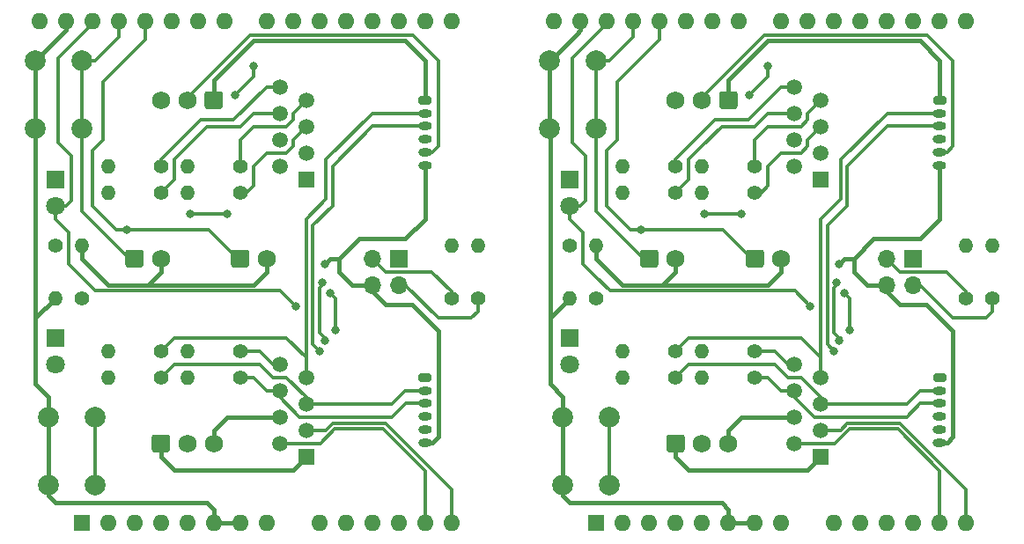
<source format=gtl>
%MOIN*%
%OFA0B0*%
%FSLAX46Y46*%
%IPPOS*%
%LPD*%
%ADD10C,0.055118110236220472*%
%ADD11O,0.055118110236220472X0.055118110236220472*%
%ADD12O,0.062992125984251982X0.062992125984251982*%
%ADD13R,0.062992125984251982X0.062992125984251982*%
%ADD14C,0.070866141732283464*%
%ADD15R,0.070866141732283464X0.070866141732283464*%
%ADD16R,0.066929133858267723X0.066929133858267723*%
%ADD17O,0.066929133858267723X0.066929133858267723*%
%ADD18O,0.051181102362204731X0.031496062992125991*%
%ADD19C,0.068503937007874022*%
%ADD20R,0.059055118110236227X0.059055118110236227*%
%ADD21C,0.059055118110236227*%
%ADD22C,0.07874015748031496*%
%ADD23C,0.031496062992125991*%
%ADD24C,0.016*%
%ADD25C,0.012000000000000002*%
%ADD36C,0.055118110236220472*%
%ADD37O,0.055118110236220472X0.055118110236220472*%
%ADD38O,0.062992125984251982X0.062992125984251982*%
%ADD39R,0.062992125984251982X0.062992125984251982*%
%ADD40C,0.070866141732283464*%
%ADD41R,0.070866141732283464X0.070866141732283464*%
%ADD42R,0.066929133858267723X0.066929133858267723*%
%ADD43O,0.066929133858267723X0.066929133858267723*%
%ADD44O,0.051181102362204731X0.031496062992125991*%
%ADD45C,0.068503937007874022*%
%ADD46R,0.059055118110236227X0.059055118110236227*%
%ADD47C,0.059055118110236227*%
%ADD48C,0.07874015748031496*%
%ADD49C,0.031496062992125991*%
%ADD50C,0.016*%
%ADD51C,0.012000000000000002*%
%LPD*%
G01*
D10*
X-0005275590Y0005236220D02*
X0000874409Y0000636220D03*
D11*
X0000674409Y0000636220D03*
D10*
X0000174409Y0001136220D03*
D11*
X0000174409Y0000936220D03*
D10*
X0000274409Y0000936220D03*
D11*
X0000274409Y0001136220D03*
D10*
X0000574409Y0000636220D03*
D11*
X0000374409Y0000636220D03*
D10*
X0000574409Y0000736220D03*
D11*
X0000374409Y0000736220D03*
D10*
X0000874409Y0000736220D03*
D11*
X0000674409Y0000736220D03*
D10*
X0000874409Y0001336220D03*
D11*
X0000674409Y0001336220D03*
D10*
X0000574409Y0001336220D03*
D11*
X0000374409Y0001336220D03*
D10*
X0000874409Y0001436220D03*
D11*
X0000674409Y0001436220D03*
D10*
X0000574409Y0001436220D03*
D11*
X0000374409Y0001436220D03*
D12*
X0001574409Y0001986220D03*
X0001674409Y0001986220D03*
X0001674409Y0000086220D03*
X0001574409Y0000086220D03*
X0000314566Y0001986220D03*
X0001474409Y0000086220D03*
X0000414566Y0001986220D03*
X0001374409Y0000086220D03*
X0000514566Y0001986220D03*
X0001274409Y0000086220D03*
X0000614566Y0001986220D03*
X0001174409Y0000086220D03*
X0000714566Y0001986220D03*
X0000974409Y0000086220D03*
X0000814566Y0001986220D03*
X0000874409Y0000086220D03*
X0000974409Y0001986220D03*
X0000774409Y0000086220D03*
X0001074409Y0001986220D03*
X0000674409Y0000086220D03*
X0001174409Y0001986220D03*
X0000574409Y0000086220D03*
X0001274409Y0001986220D03*
X0000474409Y0000086220D03*
X0001374409Y0001986220D03*
X0000374409Y0000086220D03*
X0001474409Y0001986220D03*
D13*
X0000274409Y0000086220D03*
D12*
X0000114566Y0001986220D03*
X0000214566Y0001986220D03*
D14*
X0000174409Y0001286220D03*
D15*
X0000174409Y0001386220D03*
X0000174409Y0000786220D03*
D14*
X0000174409Y0000686220D03*
D16*
X0001474409Y0001086220D03*
D17*
X0001374409Y0001086220D03*
X0001474409Y0000986220D03*
X0001374409Y0000986220D03*
G36*
G01*
X0001556692Y0000651968D02*
X0001592125Y0000651968D01*
G75*
G02*
X0001599999Y0000644094J-0000007874D01*
G01*
X0001599999Y0000628346D01*
G75*
G02*
X0001592125Y0000620472I-0000007874D01*
G01*
X0001556692Y0000620472D01*
G75*
G02*
X0001548818Y0000628346J0000007874D01*
G01*
X0001548818Y0000644094D01*
G75*
G02*
X0001556692Y0000651968I0000007874D01*
G01*
G37*
D18*
X0001574409Y0000587007D03*
X0001574409Y0000537795D03*
X0001574409Y0000488582D03*
X0001574409Y0000439370D03*
X0001574409Y0000390157D03*
G36*
G01*
X0000440157Y0001061810D02*
X0000440157Y0001110629D01*
G75*
G02*
X0000449999Y0001120472I0000009842D01*
G01*
X0000498818Y0001120472D01*
G75*
G02*
X0000508661Y0001110629J-0000009842D01*
G01*
X0000508661Y0001061810D01*
G75*
G02*
X0000498818Y0001051968I-0000009842D01*
G01*
X0000449999Y0001051968D01*
G75*
G02*
X0000440157Y0001061810J0000009842D01*
G01*
G37*
D19*
X0000574409Y0001086220D03*
G36*
G01*
X0000540157Y0000361810D02*
X0000540157Y0000410629D01*
G75*
G02*
X0000549999Y0000420472I0000009842D01*
G01*
X0000598818Y0000420472D01*
G75*
G02*
X0000608661Y0000410629J-0000009842D01*
G01*
X0000608661Y0000361810D01*
G75*
G02*
X0000598818Y0000351968I-0000009842D01*
G01*
X0000549999Y0000351968D01*
G75*
G02*
X0000540157Y0000361810J0000009842D01*
G01*
G37*
X0000674409Y0000386220D03*
X0000774409Y0000386220D03*
X0000574409Y0001686220D03*
X0000674409Y0001686220D03*
G36*
G01*
X0000808661Y0001710629D02*
X0000808661Y0001661810D01*
G75*
G02*
X0000798818Y0001651968I-0000009842D01*
G01*
X0000749999Y0001651968D01*
G75*
G02*
X0000740157Y0001661810J0000009842D01*
G01*
X0000740157Y0001710629D01*
G75*
G02*
X0000749999Y0001720472I0000009842D01*
G01*
X0000798818Y0001720472D01*
G75*
G02*
X0000808661Y0001710629J-0000009842D01*
G01*
G37*
D20*
X0001124409Y0000336220D03*
D21*
X0001024409Y0000386220D03*
X0001124409Y0000436220D03*
X0001024409Y0000486220D03*
X0001124409Y0000536220D03*
X0001024409Y0000586220D03*
X0001124409Y0000636220D03*
X0001024409Y0000686220D03*
X0001024409Y0001736220D03*
X0001124409Y0001686220D03*
X0001024409Y0001636220D03*
X0001124409Y0001586220D03*
X0001024409Y0001536220D03*
X0001124409Y0001486220D03*
X0001024409Y0001436220D03*
D20*
X0001124409Y0001386220D03*
D18*
X0001574409Y0001440157D03*
X0001574409Y0001489370D03*
X0001574409Y0001538582D03*
X0001574409Y0001587795D03*
X0001574409Y0001637007D03*
G36*
G01*
X0001556692Y0001701968D02*
X0001592125Y0001701968D01*
G75*
G02*
X0001599999Y0001694094J-0000007874D01*
G01*
X0001599999Y0001678346D01*
G75*
G02*
X0001592125Y0001670472I-0000007874D01*
G01*
X0001556692Y0001670472D01*
G75*
G02*
X0001548818Y0001678346J0000007874D01*
G01*
X0001548818Y0001694094D01*
G75*
G02*
X0001556692Y0001701968I0000007874D01*
G01*
G37*
D19*
X0000974409Y0001086220D03*
G36*
G01*
X0000840157Y0001061810D02*
X0000840157Y0001110629D01*
G75*
G02*
X0000849999Y0001120472I0000009842D01*
G01*
X0000898818Y0001120472D01*
G75*
G02*
X0000908661Y0001110629J-0000009842D01*
G01*
X0000908661Y0001061810D01*
G75*
G02*
X0000898818Y0001051968I-0000009842D01*
G01*
X0000849999Y0001051968D01*
G75*
G02*
X0000840157Y0001061810J0000009842D01*
G01*
G37*
D22*
X0000097244Y0001836220D03*
X0000274409Y0001836220D03*
X0000097244Y0001580314D03*
X0000274409Y0001580314D03*
X0000324409Y0000230314D03*
X0000147244Y0000230314D03*
X0000324409Y0000486220D03*
X0000147244Y0000486220D03*
D10*
X0001674409Y0000936220D03*
D11*
X0001674409Y0001136220D03*
X0001774409Y0001136220D03*
D10*
X0001774409Y0000936220D03*
D23*
X0001194409Y0001066220D03*
X0000924409Y0001816220D03*
X0000854409Y0001706220D03*
X0000824409Y0001256220D03*
X0000684409Y0001256220D03*
X0001194409Y0000776220D03*
X0001184409Y0000996220D03*
X0000444409Y0001196220D03*
X0001234409Y0000816220D03*
X0001214409Y0000956220D03*
X0001084409Y0000906220D03*
X0001174409Y0000736220D03*
D24*
X0000874409Y0000086220D02*
X0000774409Y0000086220D01*
X0001024409Y0000486220D02*
X0000824409Y0000486220D01*
X0000824409Y0000486220D02*
X0000774409Y0000436220D01*
X0000774409Y0000436220D02*
X0000774409Y0000386220D01*
X0000274409Y0001136220D02*
X0000274409Y0001086220D01*
X0000574409Y0001086220D02*
X0000574409Y0001036220D01*
X0000374409Y0000986220D02*
X0000274409Y0001086220D01*
X0000524409Y0000986220D02*
X0000374409Y0000986220D01*
X0000574409Y0001036220D02*
X0000524409Y0000986220D01*
X0000974409Y0001086220D02*
X0000974409Y0001036220D01*
X0000924409Y0000986220D02*
X0000524409Y0000986220D01*
X0000974409Y0001036220D02*
X0000924409Y0000986220D01*
X0000774409Y0000086220D02*
X0000774409Y0000136220D01*
X0000147244Y0000188385D02*
X0000147244Y0000230314D01*
X0000174409Y0000161220D02*
X0000147244Y0000188385D01*
X0000749409Y0000161220D02*
X0000174409Y0000161220D01*
X0000774409Y0000136220D02*
X0000749409Y0000161220D01*
X0000147244Y0000230314D02*
X0000147244Y0000486220D01*
X0000147244Y0000486220D02*
X0000147244Y0000563385D01*
X0000099409Y0000861220D02*
X0000174409Y0000936220D01*
X0000099409Y0000611220D02*
X0000099409Y0000861220D01*
X0000147244Y0000563385D02*
X0000099409Y0000611220D01*
X0000099409Y0000861220D02*
X0000099409Y0001578149D01*
X0000099409Y0001578149D02*
X0000097244Y0001580314D01*
X0000097244Y0001580314D02*
X0000097244Y0001836220D01*
X0000097244Y0001836220D02*
X0000099409Y0001836220D01*
X0000099409Y0001836220D02*
X0000199409Y0001936220D01*
X0000214566Y0001951377D02*
X0000214566Y0001986220D01*
X0000199409Y0001936220D02*
X0000214566Y0001951377D01*
X0001374409Y0000986220D02*
X0001299409Y0000986220D01*
X0001299409Y0000986220D02*
X0001249409Y0001036220D01*
X0001249409Y0001036220D02*
X0001249409Y0001086220D01*
X0001574409Y0001236220D02*
X0001574409Y0001440157D01*
X0001249409Y0001086220D02*
X0001324409Y0001161220D01*
X0001324409Y0001161220D02*
X0001499409Y0001161220D01*
X0001499409Y0001161220D02*
X0001574409Y0001236220D01*
X0001574409Y0000390157D02*
X0001603346Y0000390157D01*
X0001374409Y0000961220D02*
X0001374409Y0000986220D01*
X0001424409Y0000911220D02*
X0001374409Y0000961220D01*
X0001524409Y0000911220D02*
X0001424409Y0000911220D01*
X0001624409Y0000811220D02*
X0001524409Y0000911220D01*
X0001624409Y0000411220D02*
X0001624409Y0000811220D01*
X0001603346Y0000390157D02*
X0001624409Y0000411220D01*
X0001214409Y0001086220D02*
X0001249409Y0001086220D01*
X0001194409Y0001066220D02*
X0001214409Y0001086220D01*
D25*
X0001024409Y0000386220D02*
X0001177515Y0000386220D01*
X0001574409Y0000283114D02*
X0001574409Y0000086220D01*
X0001416177Y0000441346D02*
X0001574409Y0000283114D01*
X0001232641Y0000441346D02*
X0001416177Y0000441346D01*
X0001177515Y0000386220D02*
X0001232641Y0000441346D01*
X0001374409Y0001086220D02*
X0001424409Y0001036220D01*
X0001674409Y0000961220D02*
X0001674409Y0000936220D01*
X0001599409Y0001036220D02*
X0001674409Y0000961220D01*
X0001424409Y0001036220D02*
X0001599409Y0001036220D01*
X0001674409Y0000086220D02*
X0001674409Y0000211220D01*
X0001199409Y0000436220D02*
X0001124409Y0000436220D01*
X0001224409Y0000461220D02*
X0001199409Y0000436220D01*
X0001424409Y0000461220D02*
X0001224409Y0000461220D01*
X0001674409Y0000211220D02*
X0001424409Y0000461220D01*
X0001474409Y0000986220D02*
X0001499409Y0000986220D01*
X0001774409Y0000886220D02*
X0001774409Y0000936220D01*
X0001749409Y0000861220D02*
X0001774409Y0000886220D01*
X0001624409Y0000861220D02*
X0001749409Y0000861220D01*
X0001499409Y0000986220D02*
X0001624409Y0000861220D01*
X0000874409Y0001436220D02*
X0000874409Y0001536220D01*
X0001074409Y0001636220D02*
X0001124409Y0001686220D01*
X0001074409Y0001611220D02*
X0001074409Y0001636220D01*
X0001049409Y0001586220D02*
X0001074409Y0001611220D01*
X0000924409Y0001586220D02*
X0001049409Y0001586220D01*
X0000874409Y0001536220D02*
X0000924409Y0001586220D01*
X0000574409Y0001436220D02*
X0000574409Y0001461220D01*
X0000974409Y0001736220D02*
X0001024409Y0001736220D01*
X0000849409Y0001611220D02*
X0000974409Y0001736220D01*
X0000724409Y0001611220D02*
X0000849409Y0001611220D01*
X0000574409Y0001461220D02*
X0000724409Y0001611220D01*
D24*
X0001124409Y0000336220D02*
X0001074409Y0000286220D01*
X0001074409Y0000286220D02*
X0000724409Y0000286220D01*
X0000724409Y0000286220D02*
X0000624409Y0000286220D01*
X0000624409Y0000286220D02*
X0000574409Y0000336220D01*
X0000574409Y0000336220D02*
X0000574409Y0000386220D01*
X0000774409Y0001686220D02*
X0000774409Y0001761220D01*
X0001574409Y0001836220D02*
X0001574409Y0001686220D01*
X0001499409Y0001911220D02*
X0001574409Y0001836220D01*
X0000924409Y0001911220D02*
X0001499409Y0001911220D01*
X0000774409Y0001761220D02*
X0000924409Y0001911220D01*
D25*
X0000924409Y0001776220D02*
X0000924409Y0001816220D01*
X0000854409Y0001706220D02*
X0000924409Y0001776220D01*
X0000684409Y0001256220D02*
X0000824409Y0001256220D01*
X0001199409Y0000781220D02*
X0001194409Y0000776220D01*
X0001199409Y0000786220D02*
X0001199409Y0000781220D01*
X0001184409Y0000986220D02*
X0001184409Y0000996220D01*
X0001174409Y0000976220D02*
X0001184409Y0000986220D01*
X0001174409Y0000806220D02*
X0001174409Y0000976220D01*
X0001194409Y0000786220D02*
X0001174409Y0000806220D01*
X0001194409Y0000776220D02*
X0001194409Y0000786220D01*
X0001574409Y0001489370D02*
X0001602559Y0001489370D01*
X0001602559Y0001489370D02*
X0001624409Y0001511220D01*
X0001624409Y0001511220D02*
X0001624409Y0001836220D01*
X0001624409Y0001836220D02*
X0001527535Y0001933094D01*
X0001527535Y0001933094D02*
X0000911283Y0001933094D01*
X0000674409Y0001686220D02*
X0000674409Y0001696220D01*
X0000674409Y0001696220D02*
X0000911283Y0001933094D01*
X0000274409Y0001580314D02*
X0000274409Y0001836220D01*
X0000414566Y0001986220D02*
X0000414566Y0001926377D01*
X0000324409Y0001836220D02*
X0000274409Y0001836220D01*
X0000414566Y0001926377D02*
X0000324409Y0001836220D01*
X0000474409Y0001086220D02*
X0000454409Y0001086220D01*
X0000274409Y0001266220D02*
X0000274409Y0001580314D01*
X0000454409Y0001086220D02*
X0000274409Y0001266220D01*
X0000874409Y0001086220D02*
X0000864409Y0001086220D01*
X0000864409Y0001086220D02*
X0000754409Y0001196220D01*
X0000754409Y0001196220D02*
X0000444409Y0001196220D01*
X0000514566Y0001916377D02*
X0000514566Y0001986220D01*
X0000444409Y0001196220D02*
X0000404409Y0001196220D01*
X0000404409Y0001196220D02*
X0000314409Y0001286220D01*
X0000314409Y0001286220D02*
X0000314409Y0001496220D01*
X0000314409Y0001496220D02*
X0000354409Y0001536220D01*
X0000354409Y0001536220D02*
X0000354409Y0001756220D01*
X0000354409Y0001756220D02*
X0000514566Y0001916377D01*
X0000324409Y0000230314D02*
X0000324409Y0000486220D01*
X0000224409Y0001066220D02*
X0000274409Y0001016220D01*
X0000224409Y0001186220D02*
X0000224409Y0001066220D01*
X0000174409Y0001236220D02*
X0000224409Y0001186220D01*
X0000174409Y0001236220D02*
X0000174409Y0001286220D01*
X0001234409Y0000816220D02*
X0001234409Y0000936220D01*
X0001234409Y0000936220D02*
X0001214409Y0000956220D01*
X0001084409Y0000906220D02*
X0001026283Y0000964346D01*
X0001026283Y0000964346D02*
X0000326283Y0000964346D01*
X0000326283Y0000964346D02*
X0000274409Y0001016220D01*
X0000314566Y0001986220D02*
X0000314566Y0001976377D01*
X0000214409Y0001286220D02*
X0000174409Y0001286220D01*
X0000234409Y0001306220D02*
X0000214409Y0001286220D01*
X0000234409Y0001476220D02*
X0000234409Y0001306220D01*
X0000184409Y0001526220D02*
X0000234409Y0001476220D01*
X0000184409Y0001846220D02*
X0000184409Y0001526220D01*
X0000314566Y0001976377D02*
X0000184409Y0001846220D01*
X0000874409Y0001336220D02*
X0000899409Y0001336220D01*
X0001074409Y0001536220D02*
X0001124409Y0001586220D01*
X0001074409Y0001511220D02*
X0001074409Y0001536220D01*
X0001049409Y0001486220D02*
X0001074409Y0001511220D01*
X0000974409Y0001486220D02*
X0001049409Y0001486220D01*
X0000924409Y0001436220D02*
X0000974409Y0001486220D01*
X0000924409Y0001361220D02*
X0000924409Y0001436220D01*
X0000899409Y0001336220D02*
X0000924409Y0001361220D01*
X0000574409Y0001336220D02*
X0000624409Y0001386220D01*
X0000924409Y0001636220D02*
X0001024409Y0001636220D01*
X0000874409Y0001586220D02*
X0000924409Y0001636220D01*
X0000749409Y0001586220D02*
X0000874409Y0001586220D01*
X0000674409Y0001511220D02*
X0000749409Y0001586220D01*
X0000624409Y0001461220D02*
X0000674409Y0001511220D01*
X0000624409Y0001386220D02*
X0000624409Y0001461220D01*
X0001124409Y0000536220D02*
X0001449409Y0000536220D01*
X0001500196Y0000587007D02*
X0001574409Y0000587007D01*
X0001449409Y0000536220D02*
X0001500196Y0000587007D01*
X0001124409Y0000536220D02*
X0001124409Y0000561220D01*
X0000624409Y0000686220D02*
X0000574409Y0000636220D01*
X0000949409Y0000686220D02*
X0000624409Y0000686220D01*
X0000999409Y0000636220D02*
X0000949409Y0000686220D01*
X0001049409Y0000636220D02*
X0000999409Y0000636220D01*
X0001124409Y0000561220D02*
X0001049409Y0000636220D01*
X0001574409Y0000537795D02*
X0001500984Y0000537795D01*
X0001024409Y0000561220D02*
X0001024409Y0000586220D01*
X0001099409Y0000486220D02*
X0001024409Y0000561220D01*
X0001449409Y0000486220D02*
X0001099409Y0000486220D01*
X0001500984Y0000537795D02*
X0001449409Y0000486220D01*
X0001024409Y0000586220D02*
X0000999409Y0000586220D01*
X0001024409Y0000586220D02*
X0000974409Y0000586220D01*
X0000924409Y0000636220D02*
X0000874409Y0000636220D01*
X0000974409Y0000586220D02*
X0000924409Y0000636220D01*
X0001024409Y0000686220D02*
X0000999409Y0000686220D01*
X0000949409Y0000736220D02*
X0000874409Y0000736220D01*
X0000999409Y0000686220D02*
X0000949409Y0000736220D01*
X0001376728Y0001587795D02*
X0001224409Y0001435476D01*
X0001376728Y0001587795D02*
X0001574409Y0001587795D01*
X0001224409Y0001435476D02*
X0001224409Y0001286220D01*
X0001224409Y0001286220D02*
X0001149409Y0001211220D01*
X0001149409Y0001211220D02*
X0001149409Y0000761220D01*
X0001149409Y0000761220D02*
X0001174409Y0000736220D01*
X0001124409Y0000636220D02*
X0001124409Y0000686220D01*
X0001124409Y0000686220D02*
X0001124409Y0000711220D01*
X0000624409Y0000786220D02*
X0000574409Y0000736220D01*
X0001049409Y0000786220D02*
X0000624409Y0000786220D01*
X0001124409Y0000711220D02*
X0001049409Y0000786220D01*
X0001124409Y0000686220D02*
X0001124409Y0001236220D01*
X0001375196Y0001637007D02*
X0001199409Y0001461220D01*
X0001375196Y0001637007D02*
X0001574409Y0001637007D01*
X0001199409Y0001461220D02*
X0001199409Y0001311220D01*
X0001199409Y0001311220D02*
X0001124409Y0001236220D01*
G04 next file*
%LPD*%
G04 #@! TF.GenerationSoftware,KiCad,Pcbnew,(5.1.10)-1*
G04 #@! TF.CreationDate,2021-10-24T19:50:33-07:00*
G04 #@! TF.ProjectId,project,70726f6a-6563-4742-9e6b-696361645f70,rev?*
G04 #@! TF.SameCoordinates,Original*
G04 #@! TF.FileFunction,Copper,L1,Top*
G04 #@! TF.FilePolarity,Positive*
G04 Gerber Fmt 4.6, Leading zero omitted, Abs format (unit mm)*
G04 Created by KiCad (PCBNEW (5.1.10)-1) date 2021-10-24 19:50:33*
G01*
G04 APERTURE LIST*
G04 #@! TA.AperFunction,ComponentPad*
G04 #@! TD*
G04 #@! TA.AperFunction,ComponentPad*
G04 #@! TD*
G04 #@! TA.AperFunction,ComponentPad*
G04 #@! TD*
G04 #@! TA.AperFunction,ComponentPad*
G04 #@! TD*
G04 #@! TA.AperFunction,ComponentPad*
G04 #@! TD*
G04 #@! TA.AperFunction,ComponentPad*
G04 #@! TD*
G04 #@! TA.AperFunction,ComponentPad*
G04 #@! TD*
G04 #@! TA.AperFunction,ComponentPad*
G04 #@! TD*
G04 #@! TA.AperFunction,ComponentPad*
G04 #@! TD*
G04 #@! TA.AperFunction,ComponentPad*
G04 #@! TD*
G04 #@! TA.AperFunction,ComponentPad*
G04 #@! TD*
G04 #@! TA.AperFunction,ComponentPad*
G04 #@! TD*
G04 #@! TA.AperFunction,ComponentPad*
G04 #@! TD*
G04 #@! TA.AperFunction,ViaPad*
G04 #@! TD*
G04 #@! TA.AperFunction,Conductor*
G04 #@! TD*
G04 #@! TA.AperFunction,Conductor*
G04 #@! TD*
G04 APERTURE END LIST*
D36*
X-0003326771Y0005236220D02*
X0002823228Y0000636220D03*
D37*
X0002623228Y0000636220D03*
D36*
X0002123228Y0001136220D03*
D37*
X0002123228Y0000936220D03*
D36*
X0002223228Y0000936220D03*
D37*
X0002223228Y0001136220D03*
D36*
X0002523228Y0000636220D03*
D37*
X0002323228Y0000636220D03*
D36*
X0002523228Y0000736220D03*
D37*
X0002323228Y0000736220D03*
D36*
X0002823228Y0000736220D03*
D37*
X0002623228Y0000736220D03*
D36*
X0002823228Y0001336220D03*
D37*
X0002623228Y0001336220D03*
D36*
X0002523228Y0001336220D03*
D37*
X0002323228Y0001336220D03*
D36*
X0002823228Y0001436220D03*
D37*
X0002623228Y0001436220D03*
D36*
X0002523228Y0001436220D03*
D37*
X0002323228Y0001436220D03*
D38*
X0003523228Y0001986220D03*
X0003623228Y0001986220D03*
X0003623228Y0000086220D03*
X0003523228Y0000086220D03*
X0002263385Y0001986220D03*
X0003423228Y0000086220D03*
X0002363385Y0001986220D03*
X0003323228Y0000086220D03*
X0002463385Y0001986220D03*
X0003223228Y0000086220D03*
X0002563385Y0001986220D03*
X0003123228Y0000086220D03*
X0002663385Y0001986220D03*
X0002923228Y0000086220D03*
X0002763385Y0001986220D03*
X0002823228Y0000086220D03*
X0002923228Y0001986220D03*
X0002723228Y0000086220D03*
X0003023228Y0001986220D03*
X0002623228Y0000086220D03*
X0003123228Y0001986220D03*
X0002523228Y0000086220D03*
X0003223228Y0001986220D03*
X0002423228Y0000086220D03*
X0003323228Y0001986220D03*
X0002323228Y0000086220D03*
X0003423228Y0001986220D03*
D39*
X0002223228Y0000086220D03*
D38*
X0002063385Y0001986220D03*
X0002163385Y0001986220D03*
D40*
X0002123228Y0001286220D03*
D41*
X0002123228Y0001386220D03*
X0002123228Y0000786220D03*
D40*
X0002123228Y0000686220D03*
D42*
X0003423228Y0001086220D03*
D43*
X0003323228Y0001086220D03*
X0003423228Y0000986220D03*
X0003323228Y0000986220D03*
G04 #@! TA.AperFunction,ComponentPad*
G36*
G01*
X0003505511Y0000651968D02*
X0003540944Y0000651968D01*
G75*
G02*
X0003548818Y0000644094J-0000007874D01*
G01*
X0003548818Y0000628346D01*
G75*
G02*
X0003540944Y0000620472I-0000007874D01*
G01*
X0003505511Y0000620472D01*
G75*
G02*
X0003497637Y0000628346J0000007874D01*
G01*
X0003497637Y0000644094D01*
G75*
G02*
X0003505511Y0000651968I0000007874D01*
G01*
G37*
G04 #@! TD.AperFunction*
D44*
X0003523228Y0000587007D03*
X0003523228Y0000537795D03*
X0003523228Y0000488582D03*
X0003523228Y0000439370D03*
X0003523228Y0000390157D03*
G04 #@! TA.AperFunction,ComponentPad*
G36*
G01*
X0002388976Y0001061810D02*
X0002388976Y0001110629D01*
G75*
G02*
X0002398818Y0001120472I0000009842D01*
G01*
X0002447637Y0001120472D01*
G75*
G02*
X0002457480Y0001110629J-0000009842D01*
G01*
X0002457480Y0001061810D01*
G75*
G02*
X0002447637Y0001051968I-0000009842D01*
G01*
X0002398818Y0001051968D01*
G75*
G02*
X0002388976Y0001061810J0000009842D01*
G01*
G37*
G04 #@! TD.AperFunction*
D45*
X0002523228Y0001086220D03*
G04 #@! TA.AperFunction,ComponentPad*
G36*
G01*
X0002488976Y0000361810D02*
X0002488976Y0000410629D01*
G75*
G02*
X0002498818Y0000420472I0000009842D01*
G01*
X0002547637Y0000420472D01*
G75*
G02*
X0002557480Y0000410629J-0000009842D01*
G01*
X0002557480Y0000361810D01*
G75*
G02*
X0002547637Y0000351968I-0000009842D01*
G01*
X0002498818Y0000351968D01*
G75*
G02*
X0002488976Y0000361810J0000009842D01*
G01*
G37*
G04 #@! TD.AperFunction*
X0002623228Y0000386220D03*
X0002723228Y0000386220D03*
X0002523228Y0001686220D03*
X0002623228Y0001686220D03*
G04 #@! TA.AperFunction,ComponentPad*
G36*
G01*
X0002757480Y0001710629D02*
X0002757480Y0001661810D01*
G75*
G02*
X0002747637Y0001651968I-0000009842D01*
G01*
X0002698818Y0001651968D01*
G75*
G02*
X0002688976Y0001661810J0000009842D01*
G01*
X0002688976Y0001710629D01*
G75*
G02*
X0002698818Y0001720472I0000009842D01*
G01*
X0002747637Y0001720472D01*
G75*
G02*
X0002757480Y0001710629J-0000009842D01*
G01*
G37*
G04 #@! TD.AperFunction*
D46*
X0003073228Y0000336220D03*
D47*
X0002973228Y0000386220D03*
X0003073228Y0000436220D03*
X0002973228Y0000486220D03*
X0003073228Y0000536220D03*
X0002973228Y0000586220D03*
X0003073228Y0000636220D03*
X0002973228Y0000686220D03*
X0002973228Y0001736220D03*
X0003073228Y0001686220D03*
X0002973228Y0001636220D03*
X0003073228Y0001586220D03*
X0002973228Y0001536220D03*
X0003073228Y0001486220D03*
X0002973228Y0001436220D03*
D46*
X0003073228Y0001386220D03*
D44*
X0003523228Y0001440157D03*
X0003523228Y0001489370D03*
X0003523228Y0001538582D03*
X0003523228Y0001587795D03*
X0003523228Y0001637007D03*
G04 #@! TA.AperFunction,ComponentPad*
G36*
G01*
X0003505511Y0001701968D02*
X0003540944Y0001701968D01*
G75*
G02*
X0003548818Y0001694094J-0000007874D01*
G01*
X0003548818Y0001678346D01*
G75*
G02*
X0003540944Y0001670472I-0000007874D01*
G01*
X0003505511Y0001670472D01*
G75*
G02*
X0003497637Y0001678346J0000007874D01*
G01*
X0003497637Y0001694094D01*
G75*
G02*
X0003505511Y0001701968I0000007874D01*
G01*
G37*
G04 #@! TD.AperFunction*
D45*
X0002923228Y0001086220D03*
G04 #@! TA.AperFunction,ComponentPad*
G36*
G01*
X0002788976Y0001061810D02*
X0002788976Y0001110629D01*
G75*
G02*
X0002798818Y0001120472I0000009842D01*
G01*
X0002847637Y0001120472D01*
G75*
G02*
X0002857480Y0001110629J-0000009842D01*
G01*
X0002857480Y0001061810D01*
G75*
G02*
X0002847637Y0001051968I-0000009842D01*
G01*
X0002798818Y0001051968D01*
G75*
G02*
X0002788976Y0001061810J0000009842D01*
G01*
G37*
G04 #@! TD.AperFunction*
D48*
X0002046062Y0001836220D03*
X0002223228Y0001836220D03*
X0002046062Y0001580314D03*
X0002223228Y0001580314D03*
X0002273228Y0000230314D03*
X0002096062Y0000230314D03*
X0002273228Y0000486220D03*
X0002096062Y0000486220D03*
D36*
X0003623228Y0000936220D03*
D37*
X0003623228Y0001136220D03*
X0003723228Y0001136220D03*
D36*
X0003723228Y0000936220D03*
D49*
X0003143228Y0001066220D03*
X0002873228Y0001816220D03*
X0002803228Y0001706220D03*
X0002773228Y0001256220D03*
X0002633228Y0001256220D03*
X0003143228Y0000776220D03*
X0003133228Y0000996220D03*
X0002393228Y0001196220D03*
X0003183228Y0000816220D03*
X0003163228Y0000956220D03*
X0003033228Y0000906220D03*
X0003123228Y0000736220D03*
D50*
X0002823228Y0000086220D02*
X0002723228Y0000086220D01*
X0002973228Y0000486220D02*
X0002773228Y0000486220D01*
X0002773228Y0000486220D02*
X0002723228Y0000436220D01*
X0002723228Y0000436220D02*
X0002723228Y0000386220D01*
X0002223228Y0001136220D02*
X0002223228Y0001086220D01*
X0002523228Y0001086220D02*
X0002523228Y0001036220D01*
X0002323228Y0000986220D02*
X0002223228Y0001086220D01*
X0002473228Y0000986220D02*
X0002323228Y0000986220D01*
X0002523228Y0001036220D02*
X0002473228Y0000986220D01*
X0002923228Y0001086220D02*
X0002923228Y0001036220D01*
X0002873228Y0000986220D02*
X0002473228Y0000986220D01*
X0002923228Y0001036220D02*
X0002873228Y0000986220D01*
X0002723228Y0000086220D02*
X0002723228Y0000136220D01*
X0002096062Y0000188385D02*
X0002096062Y0000230314D01*
X0002123228Y0000161220D02*
X0002096062Y0000188385D01*
X0002698228Y0000161220D02*
X0002123228Y0000161220D01*
X0002723228Y0000136220D02*
X0002698228Y0000161220D01*
X0002096062Y0000230314D02*
X0002096062Y0000486220D01*
X0002096062Y0000486220D02*
X0002096062Y0000563385D01*
X0002048228Y0000861220D02*
X0002123228Y0000936220D01*
X0002048228Y0000611220D02*
X0002048228Y0000861220D01*
X0002096062Y0000563385D02*
X0002048228Y0000611220D01*
X0002048228Y0000861220D02*
X0002048228Y0001578149D01*
X0002048228Y0001578149D02*
X0002046062Y0001580314D01*
X0002046062Y0001580314D02*
X0002046062Y0001836220D01*
X0002046062Y0001836220D02*
X0002048228Y0001836220D01*
X0002048228Y0001836220D02*
X0002148228Y0001936220D01*
X0002163385Y0001951377D02*
X0002163385Y0001986220D01*
X0002148228Y0001936220D02*
X0002163385Y0001951377D01*
X0003323228Y0000986220D02*
X0003248228Y0000986220D01*
X0003248228Y0000986220D02*
X0003198228Y0001036220D01*
X0003198228Y0001036220D02*
X0003198228Y0001086220D01*
X0003523228Y0001236220D02*
X0003523228Y0001440157D01*
X0003198228Y0001086220D02*
X0003273228Y0001161220D01*
X0003273228Y0001161220D02*
X0003448228Y0001161220D01*
X0003448228Y0001161220D02*
X0003523228Y0001236220D01*
X0003523228Y0000390157D02*
X0003552165Y0000390157D01*
X0003323228Y0000961220D02*
X0003323228Y0000986220D01*
X0003373228Y0000911220D02*
X0003323228Y0000961220D01*
X0003473228Y0000911220D02*
X0003373228Y0000911220D01*
X0003573228Y0000811220D02*
X0003473228Y0000911220D01*
X0003573228Y0000411220D02*
X0003573228Y0000811220D01*
X0003552165Y0000390157D02*
X0003573228Y0000411220D01*
X0003163228Y0001086220D02*
X0003198228Y0001086220D01*
X0003143228Y0001066220D02*
X0003163228Y0001086220D01*
D51*
X0002973228Y0000386220D02*
X0003126334Y0000386220D01*
X0003523228Y0000283114D02*
X0003523228Y0000086220D01*
X0003364996Y0000441346D02*
X0003523228Y0000283114D01*
X0003181460Y0000441346D02*
X0003364996Y0000441346D01*
X0003126334Y0000386220D02*
X0003181460Y0000441346D01*
X0003323228Y0001086220D02*
X0003373228Y0001036220D01*
X0003623228Y0000961220D02*
X0003623228Y0000936220D01*
X0003548228Y0001036220D02*
X0003623228Y0000961220D01*
X0003373228Y0001036220D02*
X0003548228Y0001036220D01*
X0003623228Y0000086220D02*
X0003623228Y0000211220D01*
X0003148228Y0000436220D02*
X0003073228Y0000436220D01*
X0003173228Y0000461220D02*
X0003148228Y0000436220D01*
X0003373228Y0000461220D02*
X0003173228Y0000461220D01*
X0003623228Y0000211220D02*
X0003373228Y0000461220D01*
X0003423228Y0000986220D02*
X0003448228Y0000986220D01*
X0003723228Y0000886220D02*
X0003723228Y0000936220D01*
X0003698228Y0000861220D02*
X0003723228Y0000886220D01*
X0003573228Y0000861220D02*
X0003698228Y0000861220D01*
X0003448228Y0000986220D02*
X0003573228Y0000861220D01*
X0002823228Y0001436220D02*
X0002823228Y0001536220D01*
X0003023228Y0001636220D02*
X0003073228Y0001686220D01*
X0003023228Y0001611220D02*
X0003023228Y0001636220D01*
X0002998228Y0001586220D02*
X0003023228Y0001611220D01*
X0002873228Y0001586220D02*
X0002998228Y0001586220D01*
X0002823228Y0001536220D02*
X0002873228Y0001586220D01*
X0002523228Y0001436220D02*
X0002523228Y0001461220D01*
X0002923228Y0001736220D02*
X0002973228Y0001736220D01*
X0002798228Y0001611220D02*
X0002923228Y0001736220D01*
X0002673228Y0001611220D02*
X0002798228Y0001611220D01*
X0002523228Y0001461220D02*
X0002673228Y0001611220D01*
D50*
X0003073228Y0000336220D02*
X0003023228Y0000286220D01*
X0003023228Y0000286220D02*
X0002673228Y0000286220D01*
X0002673228Y0000286220D02*
X0002573228Y0000286220D01*
X0002573228Y0000286220D02*
X0002523228Y0000336220D01*
X0002523228Y0000336220D02*
X0002523228Y0000386220D01*
X0002723228Y0001686220D02*
X0002723228Y0001761220D01*
X0003523228Y0001836220D02*
X0003523228Y0001686220D01*
X0003448228Y0001911220D02*
X0003523228Y0001836220D01*
X0002873228Y0001911220D02*
X0003448228Y0001911220D01*
X0002723228Y0001761220D02*
X0002873228Y0001911220D01*
D51*
X0002873228Y0001776220D02*
X0002873228Y0001816220D01*
X0002803228Y0001706220D02*
X0002873228Y0001776220D01*
X0002633228Y0001256220D02*
X0002773228Y0001256220D01*
X0003148228Y0000781220D02*
X0003143228Y0000776220D01*
X0003148228Y0000786220D02*
X0003148228Y0000781220D01*
X0003133228Y0000986220D02*
X0003133228Y0000996220D01*
X0003123228Y0000976220D02*
X0003133228Y0000986220D01*
X0003123228Y0000806220D02*
X0003123228Y0000976220D01*
X0003143228Y0000786220D02*
X0003123228Y0000806220D01*
X0003143228Y0000776220D02*
X0003143228Y0000786220D01*
X0003523228Y0001489370D02*
X0003551377Y0001489370D01*
X0003551377Y0001489370D02*
X0003573228Y0001511220D01*
X0003573228Y0001511220D02*
X0003573228Y0001836220D01*
X0003573228Y0001836220D02*
X0003476354Y0001933094D01*
X0003476354Y0001933094D02*
X0002860102Y0001933094D01*
X0002623228Y0001686220D02*
X0002623228Y0001696220D01*
X0002623228Y0001696220D02*
X0002860102Y0001933094D01*
X0002223228Y0001580314D02*
X0002223228Y0001836220D01*
X0002363385Y0001986220D02*
X0002363385Y0001926377D01*
X0002273228Y0001836220D02*
X0002223228Y0001836220D01*
X0002363385Y0001926377D02*
X0002273228Y0001836220D01*
X0002423228Y0001086220D02*
X0002403228Y0001086220D01*
X0002223228Y0001266220D02*
X0002223228Y0001580314D01*
X0002403228Y0001086220D02*
X0002223228Y0001266220D01*
X0002823228Y0001086220D02*
X0002813228Y0001086220D01*
X0002813228Y0001086220D02*
X0002703228Y0001196220D01*
X0002703228Y0001196220D02*
X0002393228Y0001196220D01*
X0002463385Y0001916377D02*
X0002463385Y0001986220D01*
X0002393228Y0001196220D02*
X0002353228Y0001196220D01*
X0002353228Y0001196220D02*
X0002263228Y0001286220D01*
X0002263228Y0001286220D02*
X0002263228Y0001496220D01*
X0002263228Y0001496220D02*
X0002303228Y0001536220D01*
X0002303228Y0001536220D02*
X0002303228Y0001756220D01*
X0002303228Y0001756220D02*
X0002463385Y0001916377D01*
X0002273228Y0000230314D02*
X0002273228Y0000486220D01*
X0002173228Y0001066220D02*
X0002223228Y0001016220D01*
X0002173228Y0001186220D02*
X0002173228Y0001066220D01*
X0002123228Y0001236220D02*
X0002173228Y0001186220D01*
X0002123228Y0001236220D02*
X0002123228Y0001286220D01*
X0003183228Y0000816220D02*
X0003183228Y0000936220D01*
X0003183228Y0000936220D02*
X0003163228Y0000956220D01*
X0003033228Y0000906220D02*
X0002975102Y0000964346D01*
X0002975102Y0000964346D02*
X0002275102Y0000964346D01*
X0002275102Y0000964346D02*
X0002223228Y0001016220D01*
X0002263385Y0001986220D02*
X0002263385Y0001976377D01*
X0002163228Y0001286220D02*
X0002123228Y0001286220D01*
X0002183228Y0001306220D02*
X0002163228Y0001286220D01*
X0002183228Y0001476220D02*
X0002183228Y0001306220D01*
X0002133228Y0001526220D02*
X0002183228Y0001476220D01*
X0002133228Y0001846220D02*
X0002133228Y0001526220D01*
X0002263385Y0001976377D02*
X0002133228Y0001846220D01*
X0002823228Y0001336220D02*
X0002848228Y0001336220D01*
X0003023228Y0001536220D02*
X0003073228Y0001586220D01*
X0003023228Y0001511220D02*
X0003023228Y0001536220D01*
X0002998228Y0001486220D02*
X0003023228Y0001511220D01*
X0002923228Y0001486220D02*
X0002998228Y0001486220D01*
X0002873228Y0001436220D02*
X0002923228Y0001486220D01*
X0002873228Y0001361220D02*
X0002873228Y0001436220D01*
X0002848228Y0001336220D02*
X0002873228Y0001361220D01*
X0002523228Y0001336220D02*
X0002573228Y0001386220D01*
X0002873228Y0001636220D02*
X0002973228Y0001636220D01*
X0002823228Y0001586220D02*
X0002873228Y0001636220D01*
X0002698228Y0001586220D02*
X0002823228Y0001586220D01*
X0002623228Y0001511220D02*
X0002698228Y0001586220D01*
X0002573228Y0001461220D02*
X0002623228Y0001511220D01*
X0002573228Y0001386220D02*
X0002573228Y0001461220D01*
X0003073228Y0000536220D02*
X0003398228Y0000536220D01*
X0003449015Y0000587007D02*
X0003523228Y0000587007D01*
X0003398228Y0000536220D02*
X0003449015Y0000587007D01*
X0003073228Y0000536220D02*
X0003073228Y0000561220D01*
X0002573228Y0000686220D02*
X0002523228Y0000636220D01*
X0002898228Y0000686220D02*
X0002573228Y0000686220D01*
X0002948228Y0000636220D02*
X0002898228Y0000686220D01*
X0002998228Y0000636220D02*
X0002948228Y0000636220D01*
X0003073228Y0000561220D02*
X0002998228Y0000636220D01*
X0003523228Y0000537795D02*
X0003449803Y0000537795D01*
X0002973228Y0000561220D02*
X0002973228Y0000586220D01*
X0003048228Y0000486220D02*
X0002973228Y0000561220D01*
X0003398228Y0000486220D02*
X0003048228Y0000486220D01*
X0003449803Y0000537795D02*
X0003398228Y0000486220D01*
X0002973228Y0000586220D02*
X0002948228Y0000586220D01*
X0002973228Y0000586220D02*
X0002923228Y0000586220D01*
X0002873228Y0000636220D02*
X0002823228Y0000636220D01*
X0002923228Y0000586220D02*
X0002873228Y0000636220D01*
X0002973228Y0000686220D02*
X0002948228Y0000686220D01*
X0002898228Y0000736220D02*
X0002823228Y0000736220D01*
X0002948228Y0000686220D02*
X0002898228Y0000736220D01*
X0003325547Y0001587795D02*
X0003173228Y0001435476D01*
X0003325547Y0001587795D02*
X0003523228Y0001587795D01*
X0003173228Y0001435476D02*
X0003173228Y0001286220D01*
X0003173228Y0001286220D02*
X0003098228Y0001211220D01*
X0003098228Y0001211220D02*
X0003098228Y0000761220D01*
X0003098228Y0000761220D02*
X0003123228Y0000736220D01*
X0003073228Y0000636220D02*
X0003073228Y0000686220D01*
X0003073228Y0000686220D02*
X0003073228Y0000711220D01*
X0002573228Y0000786220D02*
X0002523228Y0000736220D01*
X0002998228Y0000786220D02*
X0002573228Y0000786220D01*
X0003073228Y0000711220D02*
X0002998228Y0000786220D01*
X0003073228Y0000686220D02*
X0003073228Y0001236220D01*
X0003324015Y0001637007D02*
X0003148228Y0001461220D01*
X0003324015Y0001637007D02*
X0003523228Y0001637007D01*
X0003148228Y0001461220D02*
X0003148228Y0001311220D01*
X0003148228Y0001311220D02*
X0003073228Y0001236220D01*
M02*
</source>
